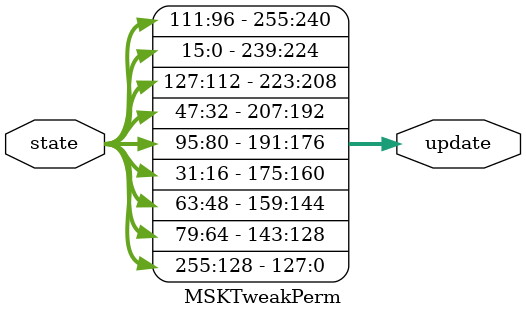
<source format=v>
`timescale 1ns / 1ps
module MSKTweakPerm #(parameter d=2)(state, update);

parameter W = 8;

(* syn_keep="true", keep="true", fv_type = "sharing", fv_latency = 0, fv_count=128 *) input [d*128-1 : 0] state;
(* syn_keep="true", keep="true", fv_type = "sharing", fv_latency = 0, fv_count=128 *) output [d*128-1 : 0] update;

assign update[12*d*W-1 : 11*d*W] = state[6*d*W-1 : 5*d*W];
assign update[11*d*W-1 : 10*d*W] = state[2*d*W-1 : d*W];
assign update[10*d*W-1 : 9*d*W] = state[4*d*W-1 : 3*d*W];
assign update[9*d*W-1 : 8*d*W] = state[5*d*W-1 : 4*d*W];

assign update[16*d*W-1 : 15*d*W] = state[7*d*W-1 : 6*d*W];
assign update[15*d*W-1 : 14*d*W] = state[d*W-1 : 0];
assign update[14*d*W-1 : 13*d*W] = state[8*d*W-1 : 7*d*W];
assign update[13*d*W-1 : 12*d*W] = state[3*d*W-1 : 2*d*W];

assign update[d*W-1 : 0] = state[9*d*W-1 : 8*d*W];
assign update[2*d*W-1 : d*W] = state[10*d*W-1 : 9*d*W];
assign update[3*d*W-1 : 2*d*W] = state[11*d*W-1 : 10*d*W];
assign update[4*d*W-1 : 3*d*W] = state[12*d*W-1 : 11*d*W];

assign update[5*d*W-1 : 4*d*W] = state[13*d*W-1 : 12*d*W];
assign update[6*d*W-1 : 5*d*W] = state[14*d*W-1 : 13*d*W];
assign update[7*d*W-1 : 6*d*W] = state[15*d*W-1 : 14*d*W];
assign update[8*d*W-1 : 7*d*W] = state[16*d*W-1 : 15*d*W];

endmodule
</source>
